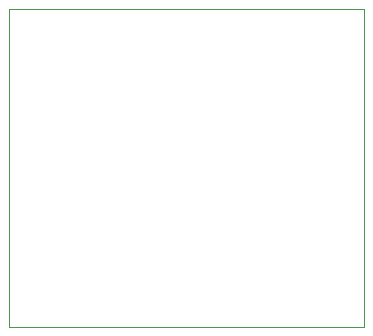
<source format=gm1>
G04 Layer_Color=16711935*
%FSLAX43Y43*%
%MOMM*%
G71*
G01*
G75*
%ADD23C,0.100*%
D23*
X0Y27000D02*
X30000D01*
X0Y0D02*
Y27000D01*
X30000Y-0D02*
Y27000D01*
X0Y0D02*
X30000D01*
M02*

</source>
